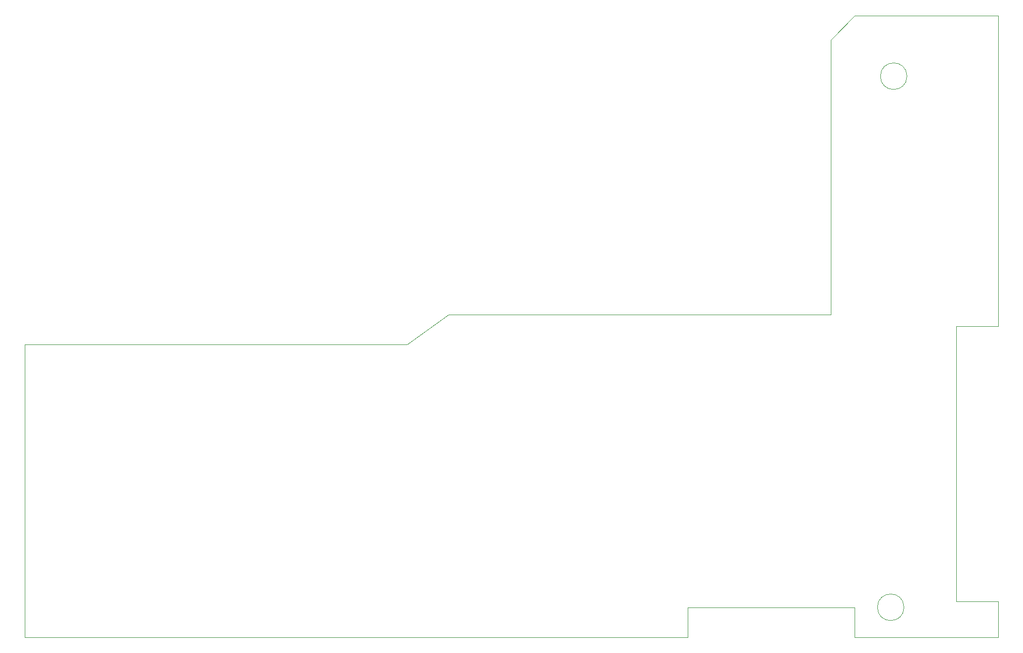
<source format=gbr>
%TF.GenerationSoftware,KiCad,Pcbnew,6.0.11-2627ca5db0~126~ubuntu22.04.1*%
%TF.CreationDate,2023-03-03T15:55:44-05:00*%
%TF.ProjectId,FloppyOverdrive_ControlBoard,466c6f70-7079-44f7-9665-726472697665,rev?*%
%TF.SameCoordinates,Original*%
%TF.FileFunction,Profile,NP*%
%FSLAX46Y46*%
G04 Gerber Fmt 4.6, Leading zero omitted, Abs format (unit mm)*
G04 Created by KiCad (PCBNEW 6.0.11-2627ca5db0~126~ubuntu22.04.1) date 2023-03-03 15:55:44*
%MOMM*%
%LPD*%
G01*
G04 APERTURE LIST*
%TA.AperFunction,Profile*%
%ADD10C,0.100000*%
%TD*%
G04 APERTURE END LIST*
D10*
X211220360Y-141000000D02*
G75*
G03*
X211220360Y-141000000I-2220360J0D01*
G01*
X211720360Y-52100000D02*
G75*
G03*
X211720360Y-52100000I-2220360J0D01*
G01*
X199000000Y-92000000D02*
X199000000Y-46000000D01*
X203000000Y-141000000D02*
X175000000Y-141000000D01*
X64000000Y-97000000D02*
X128000000Y-97000000D01*
X175000000Y-146000000D02*
X64000000Y-146000000D01*
X203000000Y-146000000D02*
X203000000Y-141000000D01*
X135000000Y-92000000D02*
X128000000Y-97000000D01*
X135000000Y-92000000D02*
X199000000Y-92000000D01*
X227000000Y-42000000D02*
X203000000Y-42000000D01*
X64000000Y-146000000D02*
X64000000Y-97000000D01*
X227000000Y-94000000D02*
X220000000Y-94000000D01*
X203000000Y-146000000D02*
X227000000Y-146000000D01*
X220000000Y-140000000D02*
X227000000Y-140000000D01*
X203000000Y-42000000D02*
X199000000Y-46000000D01*
X227000000Y-146000000D02*
X227000000Y-140000000D01*
X220000000Y-94000000D02*
X220000000Y-140000000D01*
X227000000Y-94000000D02*
X227000000Y-42000000D01*
X175000000Y-141000000D02*
X175000000Y-146000000D01*
M02*

</source>
